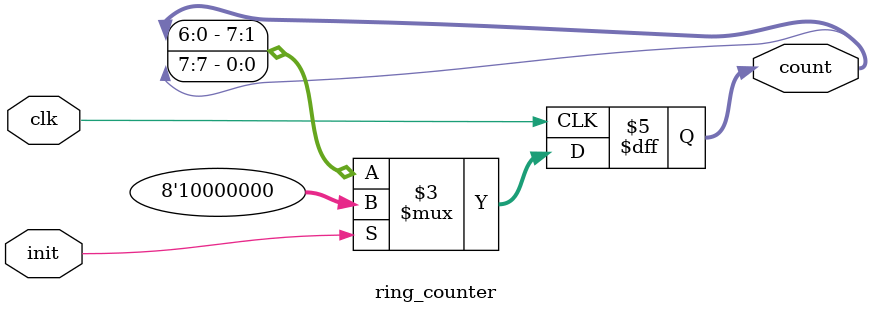
<source format=v>

module ring_counter (clk, init, count);
	
	input clk, init;
	output reg [7:0] count;

	always @ (posedge clk)
		begin
			if (init) count = 8'b10000000;
			else 
				count = {count[6:0], count[7]};
		end
endmodule

</source>
